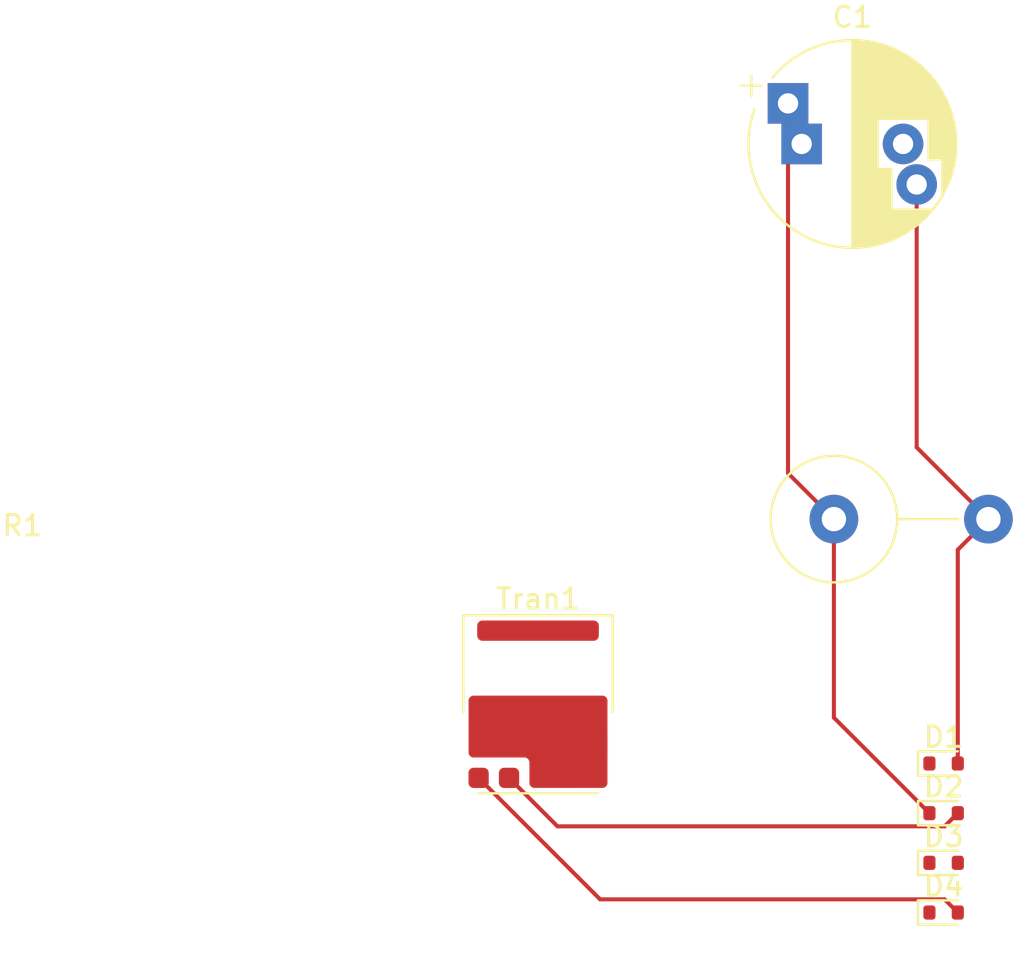
<source format=kicad_pcb>
(kicad_pcb (version 20240108) (generator "pcbnew") (generator_version "8.0")
  (layers (0 "F.Cu" signal) (31 "B.Cu" signal) (34 "B.Paste" user) (35 "F.Paste" user) (36 "B.SilkS" user "B.Silkscreen") (37 "F.SilkS" user "F.Silkscreen") (38 "B.Mask" user) (39 "F.Mask" user) (44 "Edge.Cuts" user))
  (net 0 "")
  (net 1 "Net-(D1-K)")
  (net 2 "Earth")
  (net 3 "Net-(D2-K)")
  (net 4 "Net-(D3-K)")
  (net 5 "Net-(Tran1-AA)")
  (net 6 "Net-(Tran1-AB)")
  (footprint "Diode_SMD:D_SOD-523" (layer "F.Cu") (at 99.5 105.05)
    (property "Reference" "D1" (at 0 -1.3 0) (layer "F.SilkS"))
    (property "Value" "1N4148WT")
    (fp_line (start -1.26 -0.6) (end -1.26 0.6) (stroke (width 0.12)) (layer "F.SilkS"))
    (fp_line (start 0.7 -0.6) (end -1.26 -0.6) (stroke (width 0.12)) (layer "F.SilkS"))
    (fp_line (start 0.7 0.6) (end -1.26 0.6) (stroke (width 0.12)) (layer "F.SilkS"))
    (pad "1" smd roundrect (at -0.7 0 180) (size 0.6 0.7) (layers "F.Cu" "F.Paste" "F.Mask") (net 1 "Net-(D1-K)"))
    (pad "2" smd roundrect (at 0.7 0 180) (size 0.6 0.7) (layers "F.Cu" "F.Paste" "F.Mask") (net 2 "Earth"))
  )
  (footprint "Capacitor_THT:CP_Radial_D10.0mm_P5.00mm_P7.50mm" (layer "F.Cu") (at 92.5 74.5)
    (property "Reference" "C1" (at 2.5 -6.25 0) (layer "F.SilkS"))
    (property "Value" "500uF")
    (fp_line (start -2.979646 -2.875) (end -1.979646 -2.875) (stroke (width 0.12)) (layer "F.SilkS"))
    (fp_line (start -2.479646 -3.375) (end -2.479646 -2.375) (stroke (width 0.12)) (layer "F.SilkS"))
    (fp_line (start 2.5 -5.08) (end 2.5 5.08) (stroke (width 0.12)) (layer "F.SilkS"))
    (fp_line (start 2.54 -5.08) (end 2.54 5.08) (stroke (width 0.12)) (layer "F.SilkS"))
    (fp_line (start 2.58 -5.08) (end 2.58 5.08) (stroke (width 0.12)) (layer "F.SilkS"))
    (fp_line (start 2.62 -5.079) (end 2.62 5.079) (stroke (width 0.12)) (layer "F.SilkS"))
    (fp_line (start 2.66 -5.078) (end 2.66 5.078) (stroke (width 0.12)) (layer "F.SilkS"))
    (fp_line (start 2.7 -5.077) (end 2.7 5.077) (stroke (width 0.12)) (layer "F.SilkS"))
    (fp_line (start 2.74 -5.075) (end 2.74 5.075) (stroke (width 0.12)) (layer "F.SilkS"))
    (fp_line (start 2.78 -5.073) (end 2.78 5.073) (stroke (width 0.12)) (layer "F.SilkS"))
    (fp_line (start 2.82 -5.07) (end 2.82 5.07) (stroke (width 0.12)) (layer "F.SilkS"))
    (fp_line (start 2.86 -5.068) (end 2.86 5.068) (stroke (width 0.12)) (layer "F.SilkS"))
    (fp_line (start 2.9 -5.065) (end 2.9 5.065) (stroke (width 0.12)) (layer "F.SilkS"))
    (fp_line (start 2.94 -5.062) (end 2.94 5.062) (stroke (width 0.12)) (layer "F.SilkS"))
    (fp_line (start 2.98 -5.058) (end 2.98 5.058) (stroke (width 0.12)) (layer "F.SilkS"))
    (fp_line (start 3.02 -5.054) (end 3.02 5.054) (stroke (width 0.12)) (layer "F.SilkS"))
    (fp_line (start 3.06 -5.05) (end 3.06 5.05) (stroke (width 0.12)) (layer "F.SilkS"))
    (fp_line (start 3.1 -5.045) (end 3.1 5.045) (stroke (width 0.12)) (layer "F.SilkS"))
    (fp_line (start 3.14 -5.04) (end 3.14 5.04) (stroke (width 0.12)) (layer "F.SilkS"))
    (fp_line (start 3.18 -5.035) (end 3.18 5.035) (stroke (width 0.12)) (layer "F.SilkS"))
    (fp_line (start 3.221 -5.03) (end 3.221 5.03) (stroke (width 0.12)) (layer "F.SilkS"))
    (fp_line (start 3.261 -5.024) (end 3.261 5.024) (stroke (width 0.12)) (layer "F.SilkS"))
    (fp_line (start 3.301 -5.018) (end 3.301 5.018) (stroke (width 0.12)) (layer "F.SilkS"))
    (fp_line (start 3.341 -5.011) (end 3.341 5.011) (stroke (width 0.12)) (layer "F.SilkS"))
    (fp_line (start 3.381 -5.004) (end 3.381 5.004) (stroke (width 0.12)) (layer "F.SilkS"))
    (fp_line (start 3.421 -4.997) (end 3.421 4.997) (stroke (width 0.12)) (layer "F.SilkS"))
    (fp_line (start 3.461 -4.99) (end 3.461 4.99) (stroke (width 0.12)) (layer "F.SilkS"))
    (fp_line (start 3.501 -4.982) (end 3.501 4.982) (stroke (width 0.12)) (layer "F.SilkS"))
    (fp_line (start 3.541 -4.974) (end 3.541 4.974) (stroke (width 0.12)) (layer "F.SilkS"))
    (fp_line (start 3.581 -4.965) (end 3.581 4.965) (stroke (width 0.12)) (layer "F.SilkS"))
    (fp_line (start 3.621 -4.956) (end 3.621 4.956) (stroke (width 0.12)) (layer "F.SilkS"))
    (fp_line (start 3.661 -4.947) (end 3.661 4.947) (stroke (width 0.12)) (layer "F.SilkS"))
    (fp_line (start 3.701 -4.938) (end 3.701 4.938) (stroke (width 0.12)) (layer "F.SilkS"))
    (fp_line (start 3.741 -4.928) (end 3.741 4.928) (stroke (width 0.12)) (layer "F.SilkS"))
    (fp_line (start 3.781 -4.918) (end 3.781 -1.241) (stroke (width 0.12)) (layer "F.SilkS"))
    (fp_line (start 3.781 1.241) (end 3.781 4.918) (stroke (width 0.12)) (layer "F.SilkS"))
    (fp_line (start 3.821 -4.907) (end 3.821 -1.241) (stroke (width 0.12)) (layer "F.SilkS"))
    (fp_line (start 3.821 1.241) (end 3.821 4.907) (stroke (width 0.12)) (layer "F.SilkS"))
    (fp_line (start 3.861 -4.897) (end 3.861 -1.241) (stroke (width 0.12)) (layer "F.SilkS"))
    (fp_line (start 3.861 1.241) (end 3.861 4.897) (stroke (width 0.12)) (layer "F.SilkS"))
    (fp_line (start 3.901 -4.885) (end 3.901 -1.241) (stroke (width 0.12)) (layer "F.SilkS"))
    (fp_line (start 3.901 1.241) (end 3.901 4.885) (stroke (width 0.12)) (layer "F.SilkS"))
    (fp_line (start 3.941 -4.874) (end 3.941 -1.241) (stroke (width 0.12)) (layer "F.SilkS"))
    (fp_line (start 3.941 1.241) (end 3.941 4.874) (stroke (width 0.12)) (layer "F.SilkS"))
    (fp_line (start 3.981 -4.862) (end 3.981 -1.241) (stroke (width 0.12)) (layer "F.SilkS"))
    (fp_line (start 3.981 1.241) (end 3.981 4.862) (stroke (width 0.12)) (layer "F.SilkS"))
    (fp_line (start 4.021 -4.85) (end 4.021 -1.241) (stroke (width 0.12)) (layer "F.SilkS"))
    (fp_line (start 4.021 1.241) (end 4.021 4.85) (stroke (width 0.12)) (layer "F.SilkS"))
    (fp_line (start 4.061 -4.837) (end 4.061 -1.241) (stroke (width 0.12)) (layer "F.SilkS"))
    (fp_line (start 4.061 1.241) (end 4.061 4.837) (stroke (width 0.12)) (layer "F.SilkS"))
    (fp_line (start 4.101 -4.824) (end 4.101 -1.241) (stroke (width 0.12)) (layer "F.SilkS"))
    (fp_line (start 4.101 1.241) (end 4.101 4.824) (stroke (width 0.12)) (layer "F.SilkS"))
    (fp_line (start 4.141 -4.811) (end 4.141 -1.241) (stroke (width 0.12)) (layer "F.SilkS"))
    (fp_line (start 4.141 1.241) (end 4.141 4.811) (stroke (width 0.12)) (layer "F.SilkS"))
    (fp_line (start 4.181 -4.797) (end 4.181 -1.241) (stroke (width 0.12)) (layer "F.SilkS"))
    (fp_line (start 4.181 1.241) (end 4.181 4.797) (stroke (width 0.12)) (layer "F.SilkS"))
    (fp_line (start 4.221 -4.783) (end 4.221 -1.241) (stroke (width 0.12)) (layer "F.SilkS"))
    (fp_line (start 4.221 1.241) (end 4.221 4.783) (stroke (width 0.12)) (layer "F.SilkS"))
    (fp_line (start 4.261 -4.768) (end 4.261 -1.241) (stroke (width 0.12)) (layer "F.SilkS"))
    (fp_line (start 4.261 1.241) (end 4.261 4.768) (stroke (width 0.12)) (layer "F.SilkS"))
    (fp_line (start 4.301 -4.754) (end 4.301 -1.241) (stroke (width 0.12)) (layer "F.SilkS"))
    (fp_line (start 4.301 1.241) (end 4.301 4.754) (stroke (width 0.12)) (layer "F.SilkS"))
    (fp_line (start 4.341 -4.738) (end 4.341 -1.241) (stroke (width 0.12)) (layer "F.SilkS"))
    (fp_line (start 4.341 1.241) (end 4.341 4.738) (stroke (width 0.12)) (layer "F.SilkS"))
    (fp_line (start 4.381 -4.723) (end 4.381 -1.241) (stroke (width 0.12)) (layer "F.SilkS"))
    (fp_line (start 4.381 1.241) (end 4.381 4.723) (stroke (width 0.12)) (layer "F.SilkS"))
    (fp_line (start 4.421 -4.707) (end 4.421 -1.241) (stroke (width 0.12)) (layer "F.SilkS"))
    (fp_line (start 4.421 1.241) (end 4.421 4.707) (stroke (width 0.12)) (layer "F.SilkS"))
    (fp_line (start 4.461 -4.69) (end 4.461 -1.241) (stroke (width 0.12)) (layer "F.SilkS"))
    (fp_line (start 4.461 3.24) (end 4.461 4.69) (stroke (width 0.12)) (layer "F.SilkS"))
    (fp_line (start 4.501 -4.674) (end 4.501 -1.241) (stroke (width 0.12)) (layer "F.SilkS"))
    (fp_line (start 4.501 3.24) (end 4.501 4.674) (stroke (width 0.12)) (layer "F.SilkS"))
    (fp_line (start 4.541 -4.657) (end 4.541 -1.241) (stroke (width 0.12)) (layer "F.SilkS"))
    (fp_line (start 4.541 3.24) (end 4.541 4.657) (stroke (width 0.12)) (layer "F.SilkS"))
    (fp_line (start 4.581 -4.639) (end 4.581 -1.241) (stroke (width 0.12)) (layer "F.SilkS"))
    (fp_line (start 4.581 3.24) (end 4.581 4.639) (stroke (width 0.12)) (layer "F.SilkS"))
    (fp_line (start 4.621 -4.621) (end 4.621 -1.241) (stroke (width 0.12)) (layer "F.SilkS"))
    (fp_line (start 4.621 3.24) (end 4.621 4.621) (stroke (width 0.12)) (layer "F.SilkS"))
    (fp_line (start 4.661 -4.603) (end 4.661 -1.241) (stroke (width 0.12)) (layer "F.SilkS"))
    (fp_line (start 4.661 3.24) (end 4.661 4.603) (stroke (width 0.12)) (layer "F.SilkS"))
    (fp_line (start 4.701 -4.584) (end 4.701 -1.241) (stroke (width 0.12)) (layer "F.SilkS"))
    (fp_line (start 4.701 3.24) (end 4.701 4.584) (stroke (width 0.12)) (layer "F.SilkS"))
    (fp_line (start 4.741 -4.564) (end 4.741 -1.241) (stroke (width 0.12)) (layer "F.SilkS"))
    (fp_line (start 4.741 3.24) (end 4.741 4.564) (stroke (width 0.12)) (layer "F.SilkS"))
    (fp_line (start 4.781 -4.545) (end 4.781 -1.241) (stroke (width 0.12)) (layer "F.SilkS"))
    (fp_line (start 4.781 3.24) (end 4.781 4.545) (stroke (width 0.12)) (layer "F.SilkS"))
    (fp_line (start 4.821 -4.525) (end 4.821 -1.241) (stroke (width 0.12)) (layer "F.SilkS"))
    (fp_line (start 4.821 3.24) (end 4.821 4.525) (stroke (width 0.12)) (layer "F.SilkS"))
    (fp_line (start 4.861 -4.504) (end 4.861 -1.241) (stroke (width 0.12)) (layer "F.SilkS"))
    (fp_line (start 4.861 3.24) (end 4.861 4.504) (stroke (width 0.12)) (layer "F.SilkS"))
    (fp_line (start 4.901 -4.483) (end 4.901 -1.241) (stroke (width 0.12)) (layer "F.SilkS"))
    (fp_line (start 4.901 3.24) (end 4.901 4.483) (stroke (width 0.12)) (layer "F.SilkS"))
    (fp_line (start 4.941 -4.462) (end 4.941 -1.241) (stroke (width 0.12)) (layer "F.SilkS"))
    (fp_line (start 4.941 3.24) (end 4.941 4.462) (stroke (width 0.12)) (layer "F.SilkS"))
    (fp_line (start 4.981 -4.44) (end 4.981 -1.241) (stroke (width 0.12)) (layer "F.SilkS"))
    (fp_line (start 4.981 3.24) (end 4.981 4.44) (stroke (width 0.12)) (layer "F.SilkS"))
    (fp_line (start 5.021 -4.417) (end 5.021 -1.241) (stroke (width 0.12)) (layer "F.SilkS"))
    (fp_line (start 5.021 3.24) (end 5.021 4.417) (stroke (width 0.12)) (layer "F.SilkS"))
    (fp_line (start 5.061 -4.395) (end 5.061 -1.241) (stroke (width 0.12)) (layer "F.SilkS"))
    (fp_line (start 5.061 3.24) (end 5.061 4.395) (stroke (width 0.12)) (layer "F.SilkS"))
    (fp_line (start 5.101 -4.371) (end 5.101 -1.241) (stroke (width 0.12)) (layer "F.SilkS"))
    (fp_line (start 5.101 3.24) (end 5.101 4.371) (stroke (width 0.12)) (layer "F.SilkS"))
    (fp_line (start 5.141 -4.347) (end 5.141 -1.241) (stroke (width 0.12)) (layer "F.SilkS"))
    (fp_line (start 5.141 3.24) (end 5.141 4.347) (stroke (width 0.12)) (layer "F.SilkS"))
    (fp_line (start 5.181 -4.323) (end 5.181 -1.241) (stroke (width 0.12)) (layer "F.SilkS"))
    (fp_line (start 5.181 3.24) (end 5.181 4.323) (stroke (width 0.12)) (layer "F.SilkS"))
    (fp_line (start 5.221 -4.298) (end 5.221 -1.241) (stroke (width 0.12)) (layer "F.SilkS"))
    (fp_line (start 5.221 3.24) (end 5.221 4.298) (stroke (width 0.12)) (layer "F.SilkS"))
    (fp_line (start 5.261 -4.273) (end 5.261 -1.241) (stroke (width 0.12)) (layer "F.SilkS"))
    (fp_line (start 5.261 3.24) (end 5.261 4.273) (stroke (width 0.12)) (layer "F.SilkS"))
    (fp_line (start 5.301 -4.247) (end 5.301 -1.241) (stroke (width 0.12)) (layer "F.SilkS"))
    (fp_line (start 5.301 3.24) (end 5.301 4.247) (stroke (width 0.12)) (layer "F.SilkS"))
    (fp_line (start 5.341 -4.221) (end 5.341 -1.241) (stroke (width 0.12)) (layer "F.SilkS"))
    (fp_line (start 5.341 3.24) (end 5.341 4.221) (stroke (width 0.12)) (layer "F.SilkS"))
    (fp_line (start 5.381 -4.194) (end 5.381 -1.241) (stroke (width 0.12)) (layer "F.SilkS"))
    (fp_line (start 5.381 3.24) (end 5.381 4.194) (stroke (width 0.12)) (layer "F.SilkS"))
    (fp_line (start 5.421 -4.166) (end 5.421 -1.241) (stroke (width 0.12)) (layer "F.SilkS"))
    (fp_line (start 5.421 3.24) (end 5.421 4.166) (stroke (width 0.12)) (layer "F.SilkS"))
    (fp_line (start 5.461 -4.138) (end 5.461 -1.241) (stroke (width 0.12)) (layer "F.SilkS"))
    (fp_line (start 5.461 3.24) (end 5.461 4.138) (stroke (width 0.12)) (layer "F.SilkS"))
    (fp_line (start 5.501 -4.11) (end 5.501 -1.241) (stroke (width 0.12)) (layer "F.SilkS"))
    (fp_line (start 5.501 3.24) (end 5.501 4.11) (stroke (width 0.12)) (layer "F.SilkS"))
    (fp_line (start 5.541 -4.08) (end 5.541 -1.241) (stroke (width 0.12)) (layer "F.SilkS"))
    (fp_line (start 5.541 3.24) (end 5.541 4.08) (stroke (width 0.12)) (layer "F.SilkS"))
    (fp_line (start 5.581 -4.05) (end 5.581 -1.241) (stroke (width 0.12)) (layer "F.SilkS"))
    (fp_line (start 5.581 3.24) (end 5.581 4.05) (stroke (width 0.12)) (layer "F.SilkS"))
    (fp_line (start 5.621 -4.02) (end 5.621 -1.241) (stroke (width 0.12)) (layer "F.SilkS"))
    (fp_line (start 5.621 3.24) (end 5.621 4.02) (stroke (width 0.12)) (layer "F.SilkS"))
    (fp_line (start 5.661 -3.989) (end 5.661 -1.241) (stroke (width 0.12)) (layer "F.SilkS"))
    (fp_line (start 5.661 3.24) (end 5.661 3.989) (stroke (width 0.12)) (layer "F.SilkS"))
    (fp_line (start 5.701 -3.957) (end 5.701 -1.241) (stroke (width 0.12)) (layer "F.SilkS"))
    (fp_line (start 5.701 3.24) (end 5.701 3.957) (stroke (width 0.12)) (layer "F.SilkS"))
    (fp_line (start 5.741 -3.925) (end 5.741 -1.241) (stroke (width 0.12)) (layer "F.SilkS"))
    (fp_line (start 5.741 3.24) (end 5.741 3.925) (stroke (width 0.12)) (layer "F.SilkS"))
    (fp_line (start 5.781 -3.892) (end 5.781 -1.241) (stroke (width 0.12)) (layer "F.SilkS"))
    (fp_line (start 5.781 3.24) (end 5.781 3.892) (stroke (width 0.12)) (layer "F.SilkS"))
    (fp_line (start 5.821 -3.858) (end 5.821 -1.241) (stroke (width 0.12)) (layer "F.SilkS"))
    (fp_line (start 5.821 3.24) (end 5.821 3.858) (stroke (width 0.12)) (layer "F.SilkS"))
    (fp_line (start 5.861 -3.824) (end 5.861 -1.241) (stroke (width 0.12)) (layer "F.SilkS"))
    (fp_line (start 5.861 3.24) (end 5.861 3.824) (stroke (width 0.12)) (layer "F.SilkS"))
    (fp_line (start 5.901 -3.789) (end 5.901 -1.241) (stroke (width 0.12)) (layer "F.SilkS"))
    (fp_line (start 5.901 3.24) (end 5.901 3.789) (stroke (width 0.12)) (layer "F.SilkS"))
    (fp_line (start 5.941 -3.753) (end 5.941 -1.241) (stroke (width 0.12)) (layer "F.SilkS"))
    (fp_line (start 5.941 3.24) (end 5.941 3.753) (stroke (width 0.12)) (layer "F.SilkS"))
    (fp_line (start 5.981 -3.716) (end 5.981 -1.241) (stroke (width 0.12)) (layer "F.SilkS"))
    (fp_line (start 5.981 3.24) (end 5.981 3.716) (stroke (width 0.12)) (layer "F.SilkS"))
    (fp_line (start 6.021 -3.679) (end 6.021 -1.241) (stroke (width 0.12)) (layer "F.SilkS"))
    (fp_line (start 6.021 3.24) (end 6.021 3.679) (stroke (width 0.12)) (layer "F.SilkS"))
    (fp_line (start 6.061 -3.64) (end 6.061 -1.241) (stroke (width 0.12)) (layer "F.SilkS"))
    (fp_line (start 6.061 3.24) (end 6.061 3.64) (stroke (width 0.12)) (layer "F.SilkS"))
    (fp_line (start 6.101 -3.601) (end 6.101 -1.241) (stroke (width 0.12)) (layer "F.SilkS"))
    (fp_line (start 6.101 3.24) (end 6.101 3.601) (stroke (width 0.12)) (layer "F.SilkS"))
    (fp_line (start 6.141 -3.561) (end 6.141 -1.241) (stroke (width 0.12)) (layer "F.SilkS"))
    (fp_line (start 6.141 3.24) (end 6.141 3.561) (stroke (width 0.12)) (layer "F.SilkS"))
    (fp_line (start 6.181 -3.52) (end 6.181 -1.241) (stroke (width 0.12)) (layer "F.SilkS"))
    (fp_line (start 6.181 3.24) (end 6.181 3.52) (stroke (width 0.12)) (layer "F.SilkS"))
    (fp_line (start 6.221 -3.478) (end 6.221 -1.241) (stroke (width 0.12)) (layer "F.SilkS"))
    (fp_line (start 6.221 3.24) (end 6.221 3.478) (stroke (width 0.12)) (layer "F.SilkS"))
    (fp_line (start 6.261 -3.436) (end 6.261 0.76) (stroke (width 0.12)) (layer "F.SilkS"))
    (fp_line (start 6.261 3.24) (end 6.261 3.436) (stroke (width 0.12)) (layer "F.SilkS"))
    (fp_line (start 6.301 -3.392) (end 6.301 0.76) (stroke (width 0.12)) (layer "F.SilkS"))
    (fp_line (start 6.301 3.24) (end 6.301 3.392) (stroke (width 0.12)) (layer "F.SilkS"))
    (fp_line (start 6.341 -3.347) (end 6.341 0.76) (stroke (width 0.12)) (layer "F.SilkS"))
    (fp_line (start 6.341 3.24) (end 6.341 3.347) (stroke (width 0.12)) (layer "F.SilkS"))
    (fp_line (start 6.381 -3.301) (end 6.381 0.76) (stroke (width 0.12)) (layer "F.SilkS"))
    (fp_line (start 6.381 3.24) (end 6.381 3.301) (stroke (width 0.12)) (layer "F.SilkS"))
    (fp_line (start 6.421 -3.254) (end 6.421 0.76) (stroke (width 0.12)) (layer "F.SilkS"))
    (fp_line (start 6.421 3.24) (end 6.421 3.254) (stroke (width 0.12)) (layer "F.SilkS"))
    (fp_line (start 6.461 -3.206) (end 6.461 0.76) (stroke (width 0.12)) (layer "F.SilkS"))
    (fp_line (start 6.501 -3.156) (end 6.501 0.76) (stroke (width 0.12)) (layer "F.SilkS"))
    (fp_line (start 6.541 -3.106) (end 6.541 0.76) (stroke (width 0.12)) (layer "F.SilkS"))
    (fp_line (start 6.581 -3.054) (end 6.581 0.76) (stroke (width 0.12)) (layer "F.SilkS"))
    (fp_line (start 6.621 -3) (end 6.621 0.76) (stroke (width 0.12)) (layer "F.SilkS"))
    (fp_line (start 6.661 -2.945) (end 6.661 0.76) (stroke (width 0.12)) (layer "F.SilkS"))
    (fp_line (start 6.701 -2.889) (end 6.701 0.76) (stroke (width 0.12)) (layer "F.SilkS"))
    (fp_line (start 6.741 -2.83) (end 6.741 0.76) (stroke (width 0.12)) (layer "F.SilkS"))
    (fp_line (start 6.781 -2.77) (end 6.781 0.76) (stroke (width 0.12)) (layer "F.SilkS"))
    (fp_line (start 6.821 -2.709) (end 6.821 0.76) (stroke (width 0.12)) (layer "F.SilkS"))
    (fp_line (start 6.861 -2.645) (end 6.861 0.76) (stroke (width 0.12)) (layer "F.SilkS"))
    (fp_line (start 6.901 -2.579) (end 6.901 0.76) (stroke (width 0.12)) (layer "F.SilkS"))
    (fp_line (start 6.941 -2.51) (end 6.941 2.51) (stroke (width 0.12)) (layer "F.SilkS"))
    (fp_line (start 6.981 -2.439) (end 6.981 2.439) (stroke (width 0.12)) (layer "F.SilkS"))
    (fp_line (start 7.021 -2.365) (end 7.021 2.365) (stroke (width 0.12)) (layer "F.SilkS"))
    (fp_line (start 7.061 -2.289) (end 7.061 2.289) (stroke (width 0.12)) (layer "F.SilkS"))
    (fp_line (start 7.101 -2.209) (end 7.101 2.209) (stroke (width 0.12)) (layer "F.SilkS"))
    (fp_line (start 7.141 -2.125) (end 7.141 2.125) (stroke (width 0.12)) (layer "F.SilkS"))
    (fp_line (start 7.181 -2.037) (end 7.181 2.037) (stroke (width 0.12)) (layer "F.SilkS"))
    (fp_line (start 7.221 -1.944) (end 7.221 1.944) (stroke (width 0.12)) (layer "F.SilkS"))
    (fp_line (start 7.261 -1.846) (end 7.261 1.846) (stroke (width 0.12)) (layer "F.SilkS"))
    (fp_line (start 7.301 -1.742) (end 7.301 1.742) (stroke (width 0.12)) (layer "F.SilkS"))
    (fp_line (start 7.341 -1.63) (end 7.341 1.63) (stroke (width 0.12)) (layer "F.SilkS"))
    (fp_line (start 7.381 -1.51) (end 7.381 1.51) (stroke (width 0.12)) (layer "F.SilkS"))
    (fp_line (start 7.421 -1.378) (end 7.421 1.378) (stroke (width 0.12)) (layer "F.SilkS"))
    (fp_line (start 7.461 -1.23) (end 7.461 1.23) (stroke (width 0.12)) (layer "F.SilkS"))
    (fp_line (start 7.501 -1.062) (end 7.501 1.062) (stroke (width 0.12)) (layer "F.SilkS"))
    (fp_line (start 7.541 -0.862) (end 7.541 0.862) (stroke (width 0.12)) (layer "F.SilkS"))
    (fp_line (start 7.581 -0.599) (end 7.581 0.599) (stroke (width 0.12)) (layer "F.SilkS"))
    (fp_arc (start -1.448012 -3.26) (mid 6.954126 2.524908) (end -2.324903 -1.713098) (stroke (width 0.12)) (layer "F.SilkS"))
    (pad "1" thru_hole rect (at -0.672144 -2) (size 2 2) (drill 1) (layers "*.Cu" "*.Mask") (net 3 "Net-(D2-K)"))
    (pad "1" thru_hole rect (at 0 0) (size 2 2) (drill 1) (layers "*.Cu" "*.Mask") (net 3 "Net-(D2-K)"))
    (pad "2" thru_hole circle (at 5 0) (size 2 2) (drill 1) (layers "*.Cu" "*.Mask") (net 2 "Earth"))
    (pad "2" thru_hole circle (at 5.672144 2) (size 2 2) (drill 1) (layers "*.Cu" "*.Mask") (net 2 "Earth"))
  )
  (footprint "Diode_SMD:D_SOD-523" (layer "F.Cu") (at 99.5 112.4)
    (property "Reference" "D4" (at 0 -1.3 0) (layer "F.SilkS"))
    (property "Value" "1N4148WT")
    (fp_line (start -1.26 -0.6) (end -1.26 0.6) (stroke (width 0.12)) (layer "F.SilkS"))
    (fp_line (start 0.7 -0.6) (end -1.26 -0.6) (stroke (width 0.12)) (layer "F.SilkS"))
    (fp_line (start 0.7 0.6) (end -1.26 0.6) (stroke (width 0.12)) (layer "F.SilkS"))
    (pad "1" smd roundrect (at -0.7 0 180) (size 0.6 0.7) (layers "F.Cu" "F.Paste" "F.Mask") (net 3 "Net-(D2-K)"))
    (pad "2" smd roundrect (at 0.7 0 180) (size 0.6 0.7) (layers "F.Cu" "F.Paste" "F.Mask") (net 4 "Net-(D3-K)"))
  )
  (footprint "Transistor_Power:GaN_Systems_GaNPX-4_7x8.4mm" (layer "F.Cu") (at 79.5 102.13)
    (property "Reference" "Tran1" (at 0 -5.2 0) (layer "F.SilkS"))
    (property "Value" "Transformer_1P_1S")
    (fp_line (start -3.685 -4.39) (end -3.685 0.375) (stroke (width 0.12)) (layer "F.SilkS"))
    (fp_line (start -2.95 4.39) (end 2.95 4.39) (stroke (width 0.12)) (layer "F.SilkS"))
    (fp_line (start 3.685 -4.39) (end -3.685 -4.39) (stroke (width 0.12)) (layer "F.SilkS"))
    (fp_line (start 3.685 0.375) (end 3.685 -4.39) (stroke (width 0.12)) (layer "F.SilkS"))
    (pad "1" smd roundrect (at 0 -3.63) (size 6 1) (layers "F.Cu" "F.Paste" "F.Mask") (net 5 "Net-(Tran1-AA)"))
    (pad "2" smd custom (at 0 1.1) (size 3.05 3.05) (layers "F.Cu" "F.Mask") (net 6 "Net-(Tran1-AB)") (options (clearance outline) (anchor circle)) (primitives (gr_poly (pts (arc (start -3.425 1.275) (mid -3.351777 1.451777) (end -3.175 1.525)) (xy 3.425 1.525) (arc (start 3.425 -1.275) (mid 3.351777 -1.451777) (end 3.175 -1.525)) (arc (start -3.175 -1.525) (mid -3.351777 -1.451777) (end -3.425 -1.275))) (width 0.0001) (fill yes))))
    (pad "2" smd custom (at 1.5 3.38) (size 1.5 1.5) (layers "F.Cu" "F.Mask") (net 6 "Net-(Tran1-AB)") (options (clearance outline) (anchor circle)) (primitives (gr_poly (pts (arc (start 1.675 0.745) (mid 1.851777 0.671777) (end 1.925 0.495)) (xy 1.925 -1.93) (xy -2.175 -1.93) (arc (start -2.175 -0.755) (mid -1.998223 -0.681777) (end -1.925 -0.505)) (arc (start -1.925 0.495) (mid -1.851777 0.671777) (end -1.675 0.745))) (width 0.0001) (fill yes))))
    (pad "3" smd roundrect (at -2.93 3.63) (size 1 1) (layers "F.Cu" "F.Paste" "F.Mask") (net 4 "Net-(D3-K)"))
    (pad "4" smd roundrect (at -1.43 3.63) (size 1 1) (layers "F.Cu" "F.Paste" "F.Mask") (net 1 "Net-(D1-K)"))
  )
  (footprint "Diode_SMD:D_SOD-523" (layer "F.Cu") (at 99.5 109.95)
    (property "Reference" "D3" (at 0 -1.3 0) (layer "F.SilkS"))
    (property "Value" "1N4148WT")
    (fp_line (start -1.26 -0.6) (end -1.26 0.6) (stroke (width 0.12)) (layer "F.SilkS"))
    (fp_line (start 0.7 -0.6) (end -1.26 -0.6) (stroke (width 0.12)) (layer "F.SilkS"))
    (fp_line (start 0.7 0.6) (end -1.26 0.6) (stroke (width 0.12)) (layer "F.SilkS"))
    (pad "1" smd roundrect (at -0.7 0 180) (size 0.6 0.7) (layers "F.Cu" "F.Paste" "F.Mask") (net 4 "Net-(D3-K)"))
    (pad "2" smd roundrect (at 0.7 0 180) (size 0.6 0.7) (layers "F.Cu" "F.Paste" "F.Mask") (net 2 "Earth"))
  )
  (footprint "Resistor_THT:R_Axial_DIN0617_L17.0mm_D6.0mm_P7.62mm_Vertical" (layer "F.Cu") (at 94.09 93)
    (property "Reference" "R1" (at -40.02 0.32 0) (layer "F.SilkS"))
    (property "Value" "500")
    (fp_line (start 3.12 0) (end 6.12 0) (stroke (width 0.12)) (layer "F.SilkS"))
    (fp_circle (center 0 0) (end 3.12 0) (stroke (width 0.12)) (fill none) (layer "F.SilkS"))
    (pad "1" thru_hole circle (at 0 0) (size 2.4 2.4) (drill 1.2) (layers "*.Cu" "*.Mask") (net 3 "Net-(D2-K)"))
    (pad "2" thru_hole oval (at 7.62 0) (size 2.4 2.4) (drill 1.2) (layers "*.Cu" "*.Mask") (net 2 "Earth"))
  )
  (footprint "Diode_SMD:D_SOD-523" (layer "F.Cu") (at 99.5 107.5)
    (property "Reference" "D2" (at 0 -1.3 0) (layer "F.SilkS"))
    (property "Value" "1N4148WT")
    (fp_line (start -1.26 -0.6) (end -1.26 0.6) (stroke (width 0.12)) (layer "F.SilkS"))
    (fp_line (start 0.7 -0.6) (end -1.26 -0.6) (stroke (width 0.12)) (layer "F.SilkS"))
    (fp_line (start 0.7 0.6) (end -1.26 0.6) (stroke (width 0.12)) (layer "F.SilkS"))
    (pad "1" smd roundrect (at -0.7 0 180) (size 0.6 0.7) (layers "F.Cu" "F.Paste" "F.Mask") (net 3 "Net-(D2-K)"))
    (pad "2" smd roundrect (at 0.7 0 180) (size 0.6 0.7) (layers "F.Cu" "F.Paste" "F.Mask") (net 1 "Net-(D1-K)"))
  )
  (segment (start 78.07 105.76) (end 80.46 108.15) (width 0.2) (layer "F.Cu") (net 1))
  (segment (start 99.55 108.15) (end 100.2 107.5) (width 0.2) (layer "F.Cu") (net 1))
  (segment (start 80.46 108.15) (end 99.55 108.15) (width 0.2) (layer "F.Cu") (net 1))
  (segment (start 100.2 94.51) (end 100.2 105.05) (width 0.2) (layer "F.Cu") (net 2))
  (segment (start 101.71 93) (end 100.2 94.51) (width 0.2) (layer "F.Cu") (net 2))
  (segment (start 98.172144 76.5) (end 98.172144 89.462144) (width 0.2) (layer "F.Cu") (net 2))
  (segment (start 98.172144 89.462144) (end 101.71 93) (width 0.2) (layer "F.Cu") (net 2))
  (segment (start 94.09 102.79) (end 98.8 107.5) (width 0.2) (layer "F.Cu") (net 3))
  (segment (start 91.827856 72.5) (end 91.827856 90.737856) (width 0.2) (layer "F.Cu") (net 3))
  (segment (start 91.827856 90.737856) (end 94.09 93) (width 0.2) (layer "F.Cu") (net 3))
  (segment (start 94.09 93) (end 94.09 102.79) (width 0.2) (layer "F.Cu") (net 3))
  (segment (start 82.56 111.75) (end 99.55 111.75) (width 0.2) (layer "F.Cu") (net 4))
  (segment (start 76.57 105.76) (end 82.56 111.75) (width 0.2) (layer "F.Cu") (net 4))
  (segment (start 99.55 111.75) (end 100.2 112.4) (width 0.2) (layer "F.Cu") (net 4))
)
</source>
